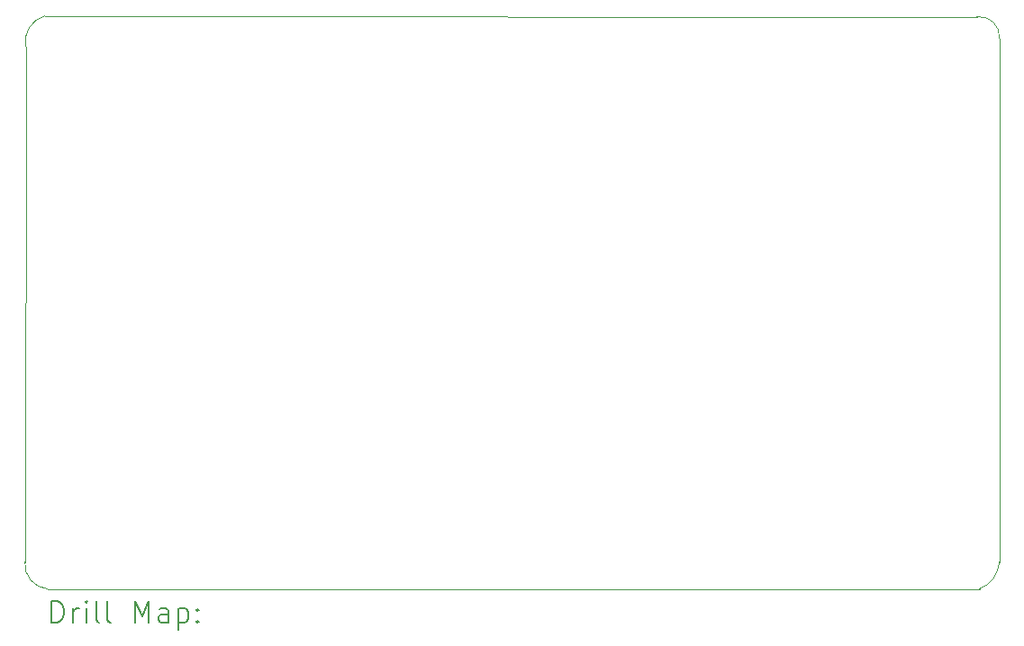
<source format=gbr>
%FSLAX45Y45*%
G04 Gerber Fmt 4.5, Leading zero omitted, Abs format (unit mm)*
G04 Created by KiCad (PCBNEW (6.0.6)) date 2023-06-02 12:55:43*
%MOMM*%
%LPD*%
G01*
G04 APERTURE LIST*
%TA.AperFunction,Profile*%
%ADD10C,0.100000*%
%TD*%
%ADD11C,0.200000*%
G04 APERTURE END LIST*
D10*
X11023834Y-4767893D02*
G75*
G03*
X10845800Y-5054600I68196J-240977D01*
G01*
X19786600Y-4775200D02*
X11023834Y-4767895D01*
X10838501Y-9906001D02*
G75*
G03*
X11051896Y-10160000I233689J-20310D01*
G01*
X10845800Y-5054600D02*
X10838495Y-9906000D01*
X19812003Y-10160006D02*
G75*
G03*
X20000001Y-9906000I-108793J277096D01*
G01*
X20000001Y-9906000D02*
X20000001Y-4978400D01*
X11051896Y-10160000D02*
X19812000Y-10160000D01*
X19999998Y-4978400D02*
G75*
G03*
X19786600Y-4775200I-188608J15580D01*
G01*
D11*
X11090239Y-10475476D02*
X11090239Y-10275476D01*
X11137858Y-10275476D01*
X11166430Y-10285000D01*
X11185477Y-10304048D01*
X11195001Y-10323095D01*
X11204525Y-10361190D01*
X11204525Y-10389762D01*
X11195001Y-10427857D01*
X11185477Y-10446905D01*
X11166430Y-10465952D01*
X11137858Y-10475476D01*
X11090239Y-10475476D01*
X11290239Y-10475476D02*
X11290239Y-10342143D01*
X11290239Y-10380238D02*
X11299763Y-10361190D01*
X11309287Y-10351667D01*
X11328335Y-10342143D01*
X11347382Y-10342143D01*
X11414049Y-10475476D02*
X11414049Y-10342143D01*
X11414049Y-10275476D02*
X11404525Y-10285000D01*
X11414049Y-10294524D01*
X11423573Y-10285000D01*
X11414049Y-10275476D01*
X11414049Y-10294524D01*
X11537858Y-10475476D02*
X11518811Y-10465952D01*
X11509287Y-10446905D01*
X11509287Y-10275476D01*
X11642620Y-10475476D02*
X11623573Y-10465952D01*
X11614049Y-10446905D01*
X11614049Y-10275476D01*
X11871192Y-10475476D02*
X11871192Y-10275476D01*
X11937858Y-10418333D01*
X12004525Y-10275476D01*
X12004525Y-10475476D01*
X12185477Y-10475476D02*
X12185477Y-10370714D01*
X12175954Y-10351667D01*
X12156906Y-10342143D01*
X12118811Y-10342143D01*
X12099763Y-10351667D01*
X12185477Y-10465952D02*
X12166430Y-10475476D01*
X12118811Y-10475476D01*
X12099763Y-10465952D01*
X12090239Y-10446905D01*
X12090239Y-10427857D01*
X12099763Y-10408810D01*
X12118811Y-10399286D01*
X12166430Y-10399286D01*
X12185477Y-10389762D01*
X12280716Y-10342143D02*
X12280716Y-10542143D01*
X12280716Y-10351667D02*
X12299763Y-10342143D01*
X12337858Y-10342143D01*
X12356906Y-10351667D01*
X12366430Y-10361190D01*
X12375954Y-10380238D01*
X12375954Y-10437381D01*
X12366430Y-10456429D01*
X12356906Y-10465952D01*
X12337858Y-10475476D01*
X12299763Y-10475476D01*
X12280716Y-10465952D01*
X12461668Y-10456429D02*
X12471192Y-10465952D01*
X12461668Y-10475476D01*
X12452144Y-10465952D01*
X12461668Y-10456429D01*
X12461668Y-10475476D01*
X12461668Y-10351667D02*
X12471192Y-10361190D01*
X12461668Y-10370714D01*
X12452144Y-10361190D01*
X12461668Y-10351667D01*
X12461668Y-10370714D01*
M02*

</source>
